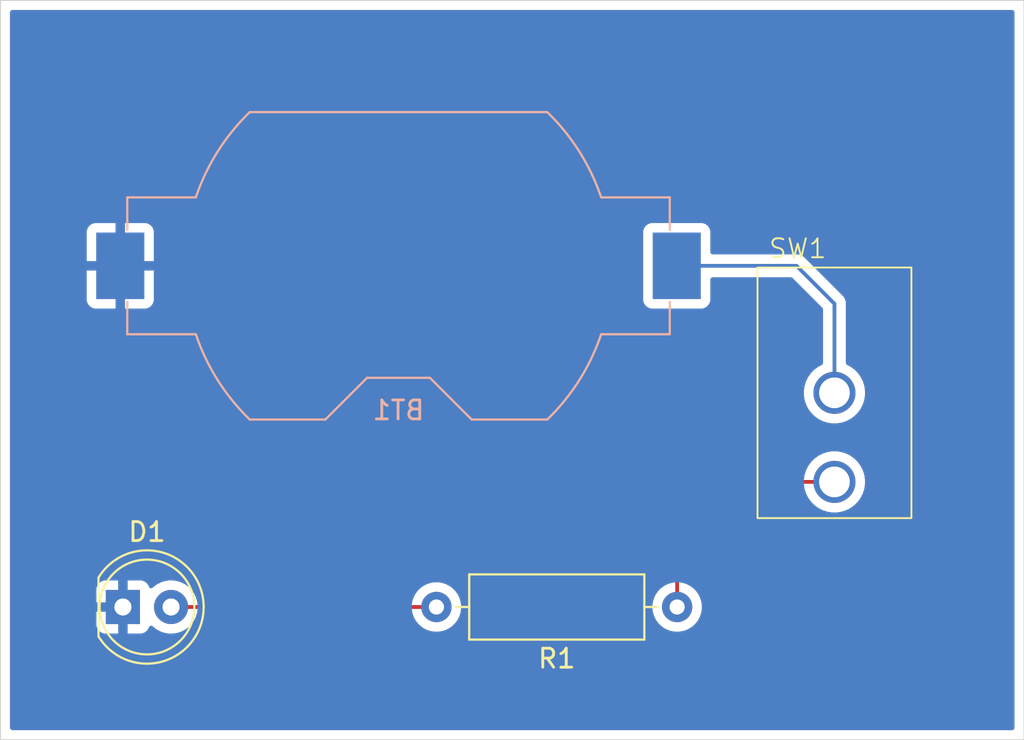
<source format=kicad_pcb>
(kicad_pcb (version 20241229) (generator "pcbnew") (generator_version "9.0")
  (title_block (title "Getting started") (date "2025-03-12"))
  (layers (0 "F.Cu" signal) (2 "B.Cu" signal) (13 "F.Paste" user) (15 "B.Paste" user) (5 "F.SilkS" user "F.Silkscreen") (7 "B.SilkS" user "B.Silkscreen") (1 "F.Mask" user) (3 "B.Mask" user) (25 "Edge.Cuts" user))
  (net 0 "")
  (net 1 "GND")
  (net 2 "VCC")
  (net 3 "/led")
  (net 4 "Net-(BT1-+)")
  (footprint "LED_THT:LED_D5.0mm" (layer "F.Cu") (at 119.46 53)
    (property "Reference" "D1" (at 1.27 -3.96 0) (layer "F.SilkS"))
    (property "Value" "red")
    (fp_line (start -1.29 -1.545) (end -1.29 1.545) (stroke (width 0.12)) (layer "F.SilkS"))
    (fp_arc (start -1.29 -1.54483) (mid 2.071756 -2.880501) (end 4.26 -0.000048) (stroke (width 0.12)) (layer "F.SilkS"))
    (fp_arc (start 4.26 0.000048) (mid 2.071756 2.880501) (end -1.29 1.54483) (stroke (width 0.12)) (layer "F.SilkS"))
    (fp_circle (center 1.27 0) (end 3.77 0) (stroke (width 0.12)) (fill no) (layer "F.SilkS"))
    (pad "1" thru_hole rect (at 0 0) (size 1.8 1.8) (drill 0.9) (layers "*.Cu" "*.Mask") (net 1 "GND"))
    (pad "2" thru_hole circle (at 2.54 0) (size 1.8 1.8) (drill 0.9) (layers "*.Cu" "*.Mask") (net 3 "/led"))
  )
  (footprint "Resistor_THT:R_Axial_DIN0309_L9.0mm_D3.2mm_P12.70mm_Horizontal" (layer "F.Cu") (at 148.7 53 180)
    (property "Reference" "R1" (at 6.35 -2.72 0) (layer "F.SilkS"))
    (property "Value" "1k")
    (fp_line (start 11.66 0) (end 10.97 0) (stroke (width 0.12)) (layer "F.SilkS"))
    (fp_line (start 10.97 1.72) (end 10.97 -1.72) (stroke (width 0.12)) (layer "F.SilkS"))
    (fp_line (start 10.97 -1.72) (end 1.73 -1.72) (stroke (width 0.12)) (layer "F.SilkS"))
    (fp_line (start 1.73 1.72) (end 10.97 1.72) (stroke (width 0.12)) (layer "F.SilkS"))
    (fp_line (start 1.73 -1.72) (end 1.73 1.72) (stroke (width 0.12)) (layer "F.SilkS"))
    (fp_line (start 1.04 0) (end 1.73 0) (stroke (width 0.12)) (layer "F.SilkS"))
    (pad "1" thru_hole circle (at 0 0 180) (size 1.6 1.6) (drill 0.8) (layers "*.Cu" "*.Mask") (net 2 "VCC"))
    (pad "2" thru_hole oval (at 12.7 0 180) (size 1.6 1.6) (drill 0.8) (layers "*.Cu" "*.Mask") (net 3 "/led"))
  )
  (footprint "getting-started:Switch_Toggle_SPST_NKK_M2011S3A1x03" (layer "F.Cu") (at 157 37)
    (property "Reference" "SW1" (at -1.94 -2.91 0) (layer "F.SilkS") (effects (font (thickness 0.1))))
    (property "Value" "M2011S3A1W03")
    (fp_rect (start -4.06 -1.91) (end 4.06 11.31) (stroke (width 0.1)) (fill no) (layer "F.SilkS"))
    (pad "2" thru_hole circle (at 0 4.7) (size 2.22 2.22) (drill 1.62) (layers "*.Cu" "*.Mask") (net 4 "Net-(BT1-+)"))
    (pad "3" thru_hole circle (at 0 9.4) (size 2.22 2.22) (drill 1.62) (layers "*.Cu" "*.Mask") (net 2 "VCC"))
  )
  (footprint "Battery:BatteryHolder_Keystone_1058_1x2032" (layer "B.Cu") (at 134 35 180)
    (property "Reference" "BT1" (at 0 -7.62 0) (layer "B.SilkS") (effects (justify mirror)))
    (property "Value" "3V")
    (fp_line (start 14.31 1.9) (end 14.31 3.61) (stroke (width 0.12)) (layer "B.SilkS"))
    (fp_line (start 14.31 -1.9) (end 14.31 -3.61) (stroke (width 0.12)) (layer "B.SilkS"))
    (fp_line (start 14.31 -3.61) (end 10.692 -3.61) (stroke (width 0.12)) (layer "B.SilkS"))
    (fp_line (start 10.692 3.61) (end 14.31 3.61) (stroke (width 0.12)) (layer "B.SilkS"))
    (fp_line (start 7.8473 -8.11) (end 3.86 -8.11) (stroke (width 0.12)) (layer "B.SilkS"))
    (fp_line (start 1.66 -5.91) (end 3.86 -8.11) (stroke (width 0.12)) (layer "B.SilkS"))
    (fp_line (start 1.66 -5.91) (end -1.66 -5.91) (stroke (width 0.12)) (layer "B.SilkS"))
    (fp_line (start -1.66 -5.91) (end -3.86 -8.11) (stroke (width 0.12)) (layer "B.SilkS"))
    (fp_line (start -3.86 -8.11) (end -7.8473 -8.11) (stroke (width 0.12)) (layer "B.SilkS"))
    (fp_line (start -7.8473 8.11) (end 7.8473 8.11) (stroke (width 0.12)) (layer "B.SilkS"))
    (fp_line (start -10.692 -3.61) (end -14.31 -3.61) (stroke (width 0.12)) (layer "B.SilkS"))
    (fp_line (start -14.31 3.61) (end -10.692 3.61) (stroke (width 0.12)) (layer "B.SilkS"))
    (fp_line (start -14.31 1.9) (end -14.31 3.61) (stroke (width 0.12)) (layer "B.SilkS"))
    (fp_line (start -14.31 -1.9) (end -14.31 -3.61) (stroke (width 0.12)) (layer "B.SilkS"))
    (fp_arc (start 10.692 3.61) (mid 9.538084 6.031244) (end 7.845371 8.111789) (stroke (width 0.12)) (layer "B.SilkS"))
    (fp_arc (start 7.845371 -8.111789) (mid 9.538084 -6.031244) (end 10.692 -3.61) (stroke (width 0.12)) (layer "B.SilkS"))
    (fp_arc (start -7.845371 8.111789) (mid -9.538084 6.031244) (end -10.692 3.61) (stroke (width 0.12)) (layer "B.SilkS"))
    (fp_arc (start -10.692 -3.61) (mid -9.538085 -6.031245) (end -7.845371 -8.111789) (stroke (width 0.12)) (layer "B.SilkS"))
    (pad "1" smd rect (at -14.68 0 180) (size 2.54 3.51) (layers "B.Cu" "B.Mask" "B.Paste") (net 4 "Net-(BT1-+)"))
    (pad "2" smd rect (at 14.68 0 180) (size 2.54 3.51) (layers "B.Cu" "B.Mask" "B.Paste") (net 1 "GND"))
  )
  (gr_rect (start 113 21) (end 167 60) (stroke (width 0.05)) (fill no) (layer "Edge.Cuts"))
  (segment (start 119.32 35) (end 119.32 52.86) (width 0.2) (layer "B.Cu") (net 1))
  (segment (start 119.32 52.86) (end 119.46 53) (width 0.2) (layer "B.Cu") (net 1))
  (segment (start 148.7 50.3) (end 152.6 46.4) (width 0.2) (layer "F.Cu") (net 2))
  (segment (start 148.7 53) (end 148.7 50.3) (width 0.2) (layer "F.Cu") (net 2))
  (segment (start 152.6 46.4) (end 157 46.4) (width 0.2) (layer "F.Cu") (net 2))
  (segment (start 122 53) (end 136 53) (width 0.2) (layer "F.Cu") (net 3))
  (segment (start 155 35) (end 157 37) (width 0.2) (layer "B.Cu") (net 4))
  (segment (start 148.68 35) (end 155 35) (width 0.2) (layer "B.Cu") (net 4))
  (segment (start 157 37) (end 157 41.7) (width 0.2) (layer "B.Cu") (net 4))
  (zone (net 1) (net_name "GND") (layer "B.Cu") (connect_pads (clearance 0.5)) (min_thickness 0.25) (fill yes (thermal_gap 0.5) (thermal_bridge_width 0.5))
    (polygon (pts (xy 113 21) (xy 167 21) (xy 167 60) (xy 113 60)))
  )
)
</source>
